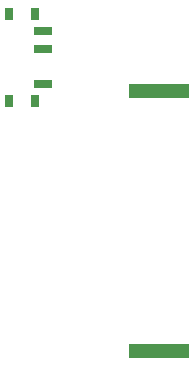
<source format=gbp>
%TF.GenerationSoftware,KiCad,Pcbnew,(7.0.0-0)*%
%TF.CreationDate,2023-07-23T12:51:31-06:00*%
%TF.ProjectId,SAO_pin,53414f5f-7069-46e2-9e6b-696361645f70,rev?*%
%TF.SameCoordinates,Original*%
%TF.FileFunction,Paste,Bot*%
%TF.FilePolarity,Positive*%
%FSLAX46Y46*%
G04 Gerber Fmt 4.6, Leading zero omitted, Abs format (unit mm)*
G04 Created by KiCad (PCBNEW (7.0.0-0)) date 2023-07-23 12:51:31*
%MOMM*%
%LPD*%
G01*
G04 APERTURE LIST*
%ADD10R,5.080000X1.270000*%
%ADD11R,0.800000X1.000000*%
%ADD12R,1.500000X0.700000*%
G04 APERTURE END LIST*
D10*
%TO.C,BT1*%
X93999999Y-81984999D03*
X93999999Y-60014999D03*
%TD*%
D11*
%TO.C,SW1*%
X83499999Y-53499999D03*
X81289999Y-60799999D03*
X81289999Y-53499999D03*
X83499999Y-60799999D03*
D12*
X84149999Y-59399999D03*
X84149999Y-56399999D03*
X84149999Y-54899999D03*
%TD*%
M02*

</source>
